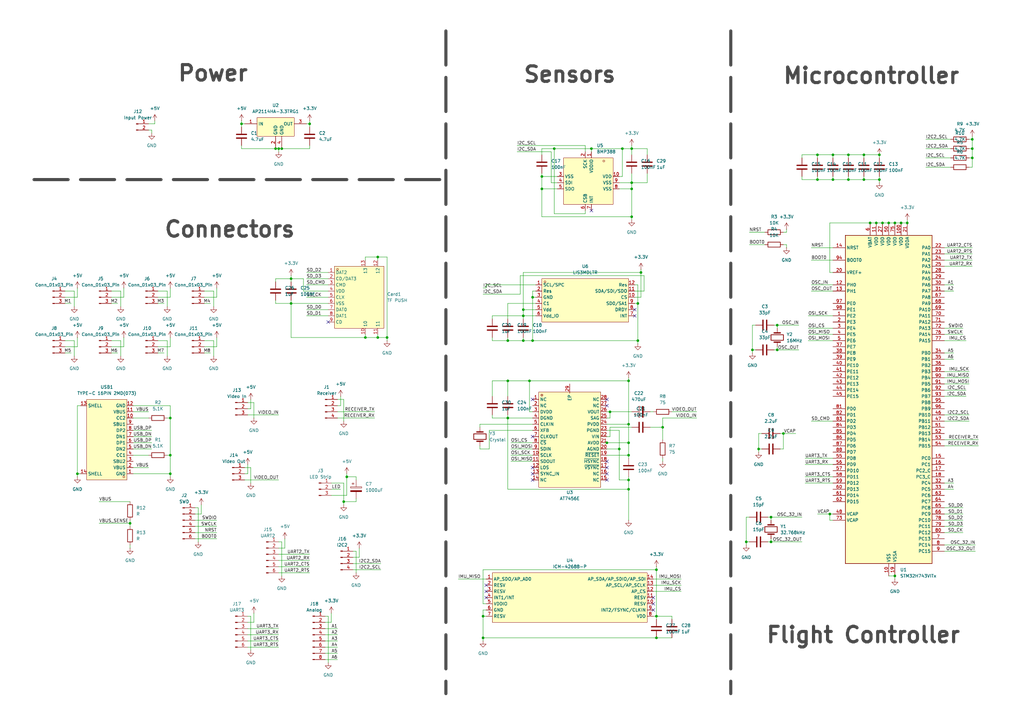
<source format=kicad_sch>
(kicad_sch (version 20250114) (generator "eeschema") (generator_version "9.0")
  (paper "A3")
  (text "Microcontroller" (at 357.378 31.242 0) (effects (font (size 6.35 6.35) (thickness 1.27) (bold yes))))
  (text "Connectors\n" (at 94.234 94.234 0) (effects (font (size 6.35 6.35) (thickness 1.27) (bold yes))))
  (text "Sensors\n" (at 233.68 30.734 0) (effects (font (size 6.35 6.35) (thickness 1.27) (bold yes))))
  (text "Flight Controller\n" (at 354.076 260.604 0) (effects (font (size 6.35 6.35) (thickness 1.27) (bold yes))))
  (text "Power\n" (at 87.376 30.226 0) (effects (font (size 6.35 6.35) (thickness 1.27) (bold yes))))
  (junction (at 218.44 121.92))
  (junction (at 254 184.15))
  (junction (at 257.81 181.61))
  (junction (at 259.08 74.93))
  (junction (at 140.97 205.74))
  (junction (at 257.81 156.21))
  (junction (at 113.03 60.96))
  (junction (at 367.03 91.44))
  (junction (at 198.12 252.73))
  (junction (at 364.49 91.44))
  (junction (at 340.36 210.82))
  (junction (at 311.15 184.15))
  (junction (at 398.78 64.77))
  (junction (at 359.41 91.44))
  (junction (at 347.98 73.66))
  (junction (at 341.63 73.66))
  (junction (at 69.85 186.69))
  (junction (at 306.07 222.25))
  (junction (at 149.86 138.43))
  (junction (at 321.31 177.8))
  (junction (at 335.28 73.66))
  (junction (at 214.63 139.7))
  (junction (at 372.11 91.44))
  (junction (at 259.08 77.47))
  (junction (at 369.57 91.44))
  (junction (at 318.77 143.51))
  (junction (at 248.92 181.61))
  (junction (at 262.89 111.76))
  (junction (at 154.94 105.41))
  (junction (at 227.33 60.96))
  (junction (at 316.23 212.09))
  (junction (at 261.62 139.7))
  (junction (at 119.38 114.3))
  (junction (at 269.24 252.73))
  (junction (at 119.38 124.46))
  (junction (at 99.06 50.8))
  (junction (at 53.34 214.63))
  (junction (at 208.28 171.45))
  (junction (at 115.57 60.96))
  (junction (at 208.28 156.21))
  (junction (at 257.81 173.99))
  (junction (at 259.08 88.9))
  (junction (at 261.62 124.46))
  (junction (at 257.81 200.66))
  (junction (at 257.81 196.85))
  (junction (at 269.24 261.62))
  (junction (at 354.33 73.66))
  (junction (at 158.75 138.43))
  (junction (at 354.33 63.5))
  (junction (at 154.94 138.43))
  (junction (at 255.27 60.96))
  (junction (at 198.12 261.62))
  (junction (at 127 50.8))
  (junction (at 398.78 57.15))
  (junction (at 222.25 77.47))
  (junction (at 217.17 156.21))
  (junction (at 218.44 139.7))
  (junction (at 271.78 175.26))
  (junction (at 114.3 60.96))
  (junction (at 356.87 91.44))
  (junction (at 222.25 72.39))
  (junction (at 142.24 195.58))
  (junction (at 360.68 73.66))
  (junction (at 31.75 194.31))
  (junction (at 335.28 63.5))
  (junction (at 360.68 63.5))
  (junction (at 69.85 171.45))
  (junction (at 214.63 129.54))
  (junction (at 361.95 91.44))
  (junction (at 242.57 60.96))
  (junction (at 69.85 194.31))
  (junction (at 250.19 168.91))
  (junction (at 259.08 60.96))
  (junction (at 316.23 222.25))
  (junction (at 257.81 186.69))
  (junction (at 208.28 139.7))
  (junction (at 308.61 143.51))
  (junction (at 398.78 60.96))
  (junction (at 318.77 133.35))
  (junction (at 341.63 63.5))
  (junction (at 214.63 127))
  (junction (at 269.24 233.68))
  (junction (at 347.98 63.5))
  (junction (at 367.03 236.22))
  (no_connect (at 134.62 132.08))
  (no_connect (at 199.39 240.03))
  (no_connect (at 248.92 163.83))
  (no_connect (at 242.57 86.36))
  (no_connect (at 260.35 129.54))
  (no_connect (at 218.44 194.31))
  (no_connect (at 248.92 166.37))
  (no_connect (at 248.92 189.23))
  (no_connect (at 248.92 196.85))
  (no_connect (at 218.44 179.07))
  (no_connect (at 267.97 245.11))
  (no_connect (at 267.97 250.19))
  (no_connect (at 199.39 242.57))
  (no_connect (at 199.39 245.11))
  (no_connect (at 267.97 247.65))
  (no_connect (at 218.44 191.77))
  (no_connect (at 248.92 194.31))
  (no_connect (at 218.44 163.83))
  (no_connect (at 218.44 196.85))
  (no_connect (at 260.35 127))
  (no_connect (at 248.92 191.77))
  (wire (pts (xy 125.73 129.54) (xy 134.62 129.54)))
  (wire (pts (xy 154.94 138.43) (xy 149.86 138.43)))
  (wire (pts (xy 69.85 166.37) (xy 69.85 171.45)))
  (wire (pts (xy 214.63 111.76) (xy 262.89 111.76)))
  (wire (pts (xy 261.62 116.84) (xy 261.62 124.46)))
  (wire (pts (xy 347.98 72.39) (xy 347.98 73.66)))
  (wire (pts (xy 328.93 64.77) (xy 328.93 63.5)))
  (wire (pts (xy 318.77 143.51) (xy 327.66 143.51)))
  (wire (pts (xy 114.3 234.95) (xy 127 234.95)))
  (wire (pts (xy 62.23 53.34) (xy 60.96 53.34)))
  (wire (pts (xy 99.06 60.96) (xy 113.03 60.96)))
  (wire (pts (xy 149.86 138.43) (xy 149.86 137.16)))
  (wire (pts (xy 54.61 194.31) (xy 69.85 194.31)))
  (wire (pts (xy 208.28 138.43) (xy 208.28 139.7)))
  (wire (pts (xy 387.35 137.16) (xy 394.97 137.16)))
  (wire (pts (xy 208.28 171.45) (xy 208.28 200.66)))
  (wire (pts (xy 26.67 144.78) (xy 29.21 144.78)))
  (wire (pts (xy 62.23 184.15) (xy 54.61 184.15)))
  (wire (pts (xy 316.23 222.25) (xy 328.93 222.25)))
  (wire (pts (xy 328.93 73.66) (xy 335.28 73.66)))
  (wire (pts (xy 45.72 139.7) (xy 49.53 139.7)))
  (wire (pts (xy 209.55 181.61) (xy 218.44 181.61)))
  (wire (pts (xy 135.89 251.46) (xy 135.89 255.27)))
  (wire (pts (xy 31.75 194.31) (xy 33.02 194.31)))
  (wire (pts (xy 257.81 154.94) (xy 257.81 156.21)))
  (wire (pts (xy 397.51 57.15) (xy 398.78 57.15)))
  (wire (pts (xy 318.77 133.35) (xy 327.66 133.35)))
  (wire (pts (xy 102.87 252.73) (xy 102.87 266.7)))
  (wire (pts (xy 354.33 63.5) (xy 360.68 63.5)))
  (wire (pts (xy 259.08 88.9) (xy 259.08 90.17)))
  (wire (pts (xy 267.97 242.57) (xy 279.4 242.57)))
  (wire (pts (xy 125.73 116.84) (xy 134.62 116.84)))
  (wire (pts (xy 158.75 138.43) (xy 158.75 139.7)))
  (wire (pts (xy 218.44 168.91) (xy 217.17 168.91)))
  (wire (pts (xy 264.16 119.38) (xy 264.16 113.03)))
  (wire (pts (xy 99.06 49.53) (xy 99.06 50.8)))
  (wire (pts (xy 208.28 200.66) (xy 257.81 200.66)))
  (wire (pts (xy 158.75 138.43) (xy 154.94 138.43)))
  (wire (pts (xy 369.57 91.44) (xy 372.11 91.44)))
  (wire (pts (xy 379.73 64.77) (xy 389.89 64.77)))
  (wire (pts (xy 144.78 233.68) (xy 156.21 233.68)))
  (wire (pts (xy 68.58 119.38) (xy 68.58 125.73)))
  (wire (pts (xy 259.08 88.9) (xy 259.08 77.47)))
  (wire (pts (xy 26.67 119.38) (xy 30.48 119.38)))
  (wire (pts (xy 99.06 59.69) (xy 99.06 60.96)))
  (wire (pts (xy 114.3 60.96) (xy 115.57 60.96)))
  (wire (pts (xy 227.33 87.63) (xy 227.33 60.96)))
  (wire (pts (xy 269.24 261.62) (xy 275.59 261.62)))
  (wire (pts (xy 198.12 250.19) (xy 198.12 252.73)))
  (wire (pts (xy 387.35 144.78) (xy 391.16 144.78)))
  (wire (pts (xy 250.19 179.07) (xy 248.92 179.07)))
  (wire (pts (xy 114.3 232.41) (xy 127 232.41)))
  (wire (pts (xy 387.35 152.4) (xy 397.51 152.4)))
  (wire (pts (xy 127 49.53) (xy 127 50.8)))
  (wire (pts (xy 199.39 247.65) (xy 198.12 247.65)))
  (wire (pts (xy 254 196.85) (xy 257.81 196.85)))
  (polyline (pts (xy 182.88 12.7) (xy 182.88 284.48)) (stroke (width 1.27) (type dash) (color 72 72 72 1)))
  (wire (pts (xy 359.41 91.44) (xy 361.95 91.44)))
  (wire (pts (xy 222.25 60.96) (xy 227.33 60.96)))
  (wire (pts (xy 158.75 105.41) (xy 158.75 138.43)))
  (wire (pts (xy 119.38 113.03) (xy 119.38 114.3)))
  (wire (pts (xy 322.58 101.6) (xy 322.58 100.33)))
  (wire (pts (xy 62.23 176.53) (xy 54.61 176.53)))
  (wire (pts (xy 104.14 251.46) (xy 104.14 255.27)))
  (wire (pts (xy 30.48 139.7) (xy 30.48 146.05)))
  (wire (pts (xy 308.61 143.51) (xy 308.61 144.78)))
  (wire (pts (xy 257.81 186.69) (xy 257.81 187.96)))
  (wire (pts (xy 124.46 114.3) (xy 124.46 119.38)))
  (wire (pts (xy 142.24 195.58) (xy 146.05 195.58)))
  (wire (pts (xy 199.39 250.19) (xy 198.12 250.19)))
  (wire (pts (xy 271.78 189.23) (xy 271.78 187.96)))
  (wire (pts (xy 214.63 139.7) (xy 208.28 139.7)))
  (wire (pts (xy 125.73 111.76) (xy 134.62 111.76)))
  (wire (pts (xy 45.72 144.78) (xy 48.26 144.78)))
  (wire (pts (xy 309.88 133.35) (xy 308.61 133.35)))
  (wire (pts (xy 113.03 114.3) (xy 113.03 115.57)))
  (wire (pts (xy 64.77 144.78) (xy 67.31 144.78)))
  (wire (pts (xy 271.78 171.45) (xy 271.78 175.26)))
  (wire (pts (xy 311.15 184.15) (xy 311.15 185.42)))
  (wire (pts (xy 267.97 237.49) (xy 279.4 237.49)))
  (wire (pts (xy 115.57 60.96) (xy 127 60.96)))
  (wire (pts (xy 31.75 195.58) (xy 31.75 194.31)))
  (wire (pts (xy 321.31 184.15) (xy 320.04 184.15)))
  (wire (pts (xy 113.03 123.19) (xy 113.03 124.46)))
  (wire (pts (xy 119.38 114.3) (xy 124.46 114.3)))
  (wire (pts (xy 217.17 156.21) (xy 217.17 168.91)))
  (wire (pts (xy 387.35 106.68) (xy 398.78 106.68)))
  (wire (pts (xy 187.96 237.49) (xy 199.39 237.49)))
  (wire (pts (xy 198.12 261.62) (xy 269.24 261.62)))
  (wire (pts (xy 40.64 205.74) (xy 53.34 205.74)))
  (wire (pts (xy 311.15 177.8) (xy 312.42 177.8)))
  (wire (pts (xy 260.35 116.84) (xy 261.62 116.84)))
  (wire (pts (xy 217.17 156.21) (xy 257.81 156.21)))
  (wire (pts (xy 201.93 162.56) (xy 201.93 156.21)))
  (wire (pts (xy 201.93 170.18) (xy 201.93 171.45)))
  (wire (pts (xy 50.8 138.43) (xy 50.8 142.24)))
  (wire (pts (xy 387.35 182.88) (xy 401.32 182.88)))
  (wire (pts (xy 80.01 208.28) (xy 81.28 208.28)))
  (wire (pts (xy 240.03 87.63) (xy 227.33 87.63)))
  (wire (pts (xy 83.82 139.7) (xy 87.63 139.7)))
  (wire (pts (xy 68.58 139.7) (xy 68.58 146.05)))
  (wire (pts (xy 119.38 114.3) (xy 113.03 114.3)))
  (wire (pts (xy 248.92 168.91) (xy 250.19 168.91)))
  (wire (pts (xy 60.96 186.69) (xy 54.61 186.69)))
  (wire (pts (xy 340.36 210.82) (xy 341.63 210.82)))
  (wire (pts (xy 198.12 247.65) (xy 198.12 233.68)))
  (wire (pts (xy 306.07 222.25) (xy 306.07 223.52)))
  (wire (pts (xy 69.85 195.58) (xy 69.85 194.31)))
  (wire (pts (xy 266.7 175.26) (xy 271.78 175.26)))
  (wire (pts (xy 275.59 254) (xy 275.59 252.73)))
  (wire (pts (xy 387.35 119.38) (xy 391.16 119.38)))
  (wire (pts (xy 387.35 154.94) (xy 397.51 154.94)))
  (wire (pts (xy 201.93 156.21) (xy 208.28 156.21)))
  (wire (pts (xy 101.6 190.5) (xy 101.6 194.31)))
  (wire (pts (xy 248.92 186.69) (xy 257.81 186.69)))
  (wire (pts (xy 265.43 63.5) (xy 265.43 60.96)))
  (wire (pts (xy 321.31 177.8) (xy 321.31 184.15)))
  (wire (pts (xy 259.08 60.96) (xy 259.08 63.5)))
  (wire (pts (xy 149.86 105.41) (xy 154.94 105.41)))
  (wire (pts (xy 26.67 139.7) (xy 30.48 139.7)))
  (wire (pts (xy 308.61 133.35) (xy 308.61 143.51)))
  (wire (pts (xy 113.03 124.46) (xy 119.38 124.46)))
  (wire (pts (xy 208.28 124.46) (xy 208.28 130.81)))
  (wire (pts (xy 69.85 194.31) (xy 69.85 186.69)))
  (wire (pts (xy 222.25 77.47) (xy 228.6 77.47)))
  (wire (pts (xy 219.71 121.92) (xy 218.44 121.92)))
  (wire (pts (xy 218.44 176.53) (xy 200.66 176.53)))
  (wire (pts (xy 387.35 208.28) (xy 394.97 208.28)))
  (wire (pts (xy 45.72 142.24) (xy 50.8 142.24)))
  (wire (pts (xy 250.19 168.91) (xy 259.08 168.91)))
  (wire (pts (xy 317.5 143.51) (xy 318.77 143.51)))
  (wire (pts (xy 254 184.15) (xy 254 196.85)))
  (wire (pts (xy 330.2 198.12) (xy 341.63 198.12)))
  (wire (pts (xy 317.5 133.35) (xy 318.77 133.35)))
  (wire (pts (xy 31.75 166.37) (xy 31.75 194.31)))
  (wire (pts (xy 135.89 203.2) (xy 142.24 203.2)))
  (wire (pts (xy 214.63 111.76) (xy 214.63 127)))
  (wire (pts (xy 31.75 138.43) (xy 31.75 142.24)))
  (wire (pts (xy 222.25 72.39) (xy 222.25 77.47)))
  (wire (pts (xy 53.34 213.36) (xy 53.34 214.63)))
  (wire (pts (xy 62.23 179.07) (xy 54.61 179.07)))
  (wire (pts (xy 198.12 252.73) (xy 199.39 252.73)))
  (wire (pts (xy 198.12 120.65) (xy 213.36 120.65)))
  (wire (pts (xy 262.89 111.76) (xy 262.89 121.92)))
  (wire (pts (xy 134.62 252.73) (xy 134.62 271.78)))
  (wire (pts (xy 209.55 189.23) (xy 218.44 189.23)))
  (wire (pts (xy 341.63 73.66) (xy 347.98 73.66)))
  (wire (pts (xy 367.03 91.44) (xy 364.49 91.44)))
  (wire (pts (xy 208.28 171.45) (xy 218.44 171.45)))
  (wire (pts (xy 227.33 60.96) (xy 242.57 60.96)))
  (wire (pts (xy 387.35 180.34) (xy 401.32 180.34)))
  (wire (pts (xy 318.77 142.24) (xy 318.77 143.51)))
  (wire (pts (xy 80.01 210.82) (xy 82.55 210.82)))
  (wire (pts (xy 200.66 184.15) (xy 196.85 184.15)))
  (wire (pts (xy 335.28 63.5) (xy 335.28 64.77)))
  (wire (pts (xy 134.62 124.46) (xy 119.38 124.46)))
  (wire (pts (xy 387.35 170.18) (xy 397.51 170.18)))
  (wire (pts (xy 387.35 223.52) (xy 400.05 223.52)))
  (wire (pts (xy 311.15 184.15) (xy 311.15 177.8)))
  (wire (pts (xy 64.77 124.46) (xy 67.31 124.46)))
  (wire (pts (xy 367.03 236.22) (xy 367.03 237.49)))
  (wire (pts (xy 63.5 50.8) (xy 60.96 50.8)))
  (wire (pts (xy 101.6 165.1) (xy 104.14 165.1)))
  (wire (pts (xy 271.78 175.26) (xy 271.78 180.34)))
  (wire (pts (xy 208.28 156.21) (xy 208.28 162.56)))
  (wire (pts (xy 199.39 118.11) (xy 199.39 116.84)))
  (wire (pts (xy 254 176.53) (xy 254 184.15)))
  (wire (pts (xy 40.64 214.63) (xy 53.34 214.63)))
  (wire (pts (xy 218.44 139.7) (xy 261.62 139.7)))
  (wire (pts (xy 31.75 118.11) (xy 31.75 121.92)))
  (wire (pts (xy 62.23 54.61) (xy 62.23 53.34)))
  (wire (pts (xy 198.12 252.73) (xy 198.12 261.62)))
  (wire (pts (xy 125.73 127) (xy 134.62 127)))
  (wire (pts (xy 81.28 208.28) (xy 81.28 222.25)))
  (wire (pts (xy 254 74.93) (xy 259.08 74.93)))
  (wire (pts (xy 50.8 118.11) (xy 50.8 121.92)))
  (wire (pts (xy 214.63 138.43) (xy 214.63 139.7)))
  (wire (pts (xy 387.35 147.32) (xy 391.16 147.32)))
  (wire (pts (xy 335.28 210.82) (xy 340.36 210.82)))
  (wire (pts (xy 199.39 116.84) (xy 219.71 116.84)))
  (wire (pts (xy 255.27 60.96) (xy 259.08 60.96)))
  (wire (pts (xy 347.98 63.5) (xy 354.33 63.5)))
  (wire (pts (xy 306.07 212.09) (xy 306.07 222.25)))
  (wire (pts (xy 379.73 68.58) (xy 389.89 68.58)))
  (wire (pts (xy 140.97 198.12) (xy 140.97 205.74)))
  (wire (pts (xy 80.01 220.98) (xy 88.9 220.98)))
  (wire (pts (xy 114.3 227.33) (xy 127 227.33)))
  (wire (pts (xy 398.78 68.58) (xy 398.78 64.77)))
  (wire (pts (xy 125.73 121.92) (xy 134.62 121.92)))
  (wire (pts (xy 139.7 162.56) (xy 139.7 166.37)))
  (wire (pts (xy 269.24 252.73) (xy 275.59 252.73)))
  (wire (pts (xy 387.35 200.66) (xy 391.16 200.66)))
  (wire (pts (xy 264.16 113.03) (xy 213.36 113.03)))
  (wire (pts (xy 87.63 139.7) (xy 87.63 146.05)))
  (wire (pts (xy 214.63 129.54) (xy 201.93 129.54)))
  (wire (pts (xy 49.53 139.7) (xy 49.53 146.05)))
  (wire (pts (xy 307.34 212.09) (xy 306.07 212.09)))
  (wire (pts (xy 64.77 121.92) (xy 69.85 121.92)))
  (wire (pts (xy 367.03 91.44) (xy 369.57 91.44)))
  (wire (pts (xy 331.47 137.16) (xy 341.63 137.16)))
  (wire (pts (xy 214.63 129.54) (xy 219.71 129.54)))
  (wire (pts (xy 257.81 181.61) (xy 257.81 186.69)))
  (wire (pts (xy 45.72 124.46) (xy 48.26 124.46)))
  (wire (pts (xy 133.35 252.73) (xy 134.62 252.73)))
  (wire (pts (xy 119.38 114.3) (xy 119.38 115.57)))
  (wire (pts (xy 314.96 222.25) (xy 316.23 222.25)))
  (wire (pts (xy 100.33 191.77) (xy 102.87 191.77)))
  (wire (pts (xy 31.75 166.37) (xy 33.02 166.37)))
  (wire (pts (xy 387.35 162.56) (xy 396.24 162.56)))
  (wire (pts (xy 354.33 63.5) (xy 354.33 64.77)))
  (wire (pts (xy 218.44 121.92) (xy 218.44 139.7)))
  (wire (pts (xy 398.78 57.15) (xy 398.78 60.96)))
  (wire (pts (xy 265.43 71.12) (xy 265.43 74.93)))
  (wire (pts (xy 226.06 62.23) (xy 226.06 74.93)))
  (wire (pts (xy 217.17 156.21) (xy 208.28 156.21)))
  (wire (pts (xy 247.65 181.61) (xy 248.92 181.61)))
  (wire (pts (xy 146.05 205.74) (xy 140.97 205.74)))
  (wire (pts (xy 99.06 50.8) (xy 100.33 50.8)))
  (wire (pts (xy 45.72 119.38) (xy 49.53 119.38)))
  (wire (pts (xy 255.27 72.39) (xy 254 72.39)))
  (wire (pts (xy 347.98 63.5) (xy 347.98 64.77)))
  (wire (pts (xy 147.32 224.79) (xy 147.32 228.6)))
  (wire (pts (xy 102.87 163.83) (xy 102.87 167.64)))
  (wire (pts (xy 218.44 119.38) (xy 218.44 121.92)))
  (wire (pts (xy 387.35 172.72) (xy 397.51 172.72)))
  (wire (pts (xy 222.25 71.12) (xy 222.25 72.39)))
  (wire (pts (xy 201.93 138.43) (xy 201.93 139.7)))
  (wire (pts (xy 198.12 261.62) (xy 198.12 262.89)))
  (wire (pts (xy 127 50.8) (xy 125.73 50.8)))
  (wire (pts (xy 140.97 205.74) (xy 140.97 207.01)))
  (wire (pts (xy 335.28 63.5) (xy 341.63 63.5)))
  (polyline (pts (xy 13.97 73.66) (xy 184.15 73.66)) (stroke (width 1.27) (type dash) (color 72 72 72 1)))
  (wire (pts (xy 335.28 72.39) (xy 335.28 73.66)))
  (wire (pts (xy 260.35 119.38) (xy 264.16 119.38)))
  (wire (pts (xy 53.34 223.52) (xy 53.34 224.79)))
  (wire (pts (xy 53.34 214.63) (xy 53.34 215.9)))
  (wire (pts (xy 80.01 218.44) (xy 88.9 218.44)))
  (wire (pts (xy 138.43 168.91) (xy 153.67 168.91)))
  (wire (pts (xy 83.82 119.38) (xy 87.63 119.38)))
  (wire (pts (xy 248.92 184.15) (xy 254 184.15)))
  (wire (pts (xy 154.94 137.16) (xy 154.94 138.43)))
  (wire (pts (xy 222.25 72.39) (xy 228.6 72.39)))
  (wire (pts (xy 116.84 220.98) (xy 116.84 224.79)))
  (wire (pts (xy 133.35 260.35) (xy 138.43 260.35)))
  (wire (pts (xy 135.89 200.66) (xy 139.7 200.66)))
  (wire (pts (xy 397.51 60.96) (xy 398.78 60.96)))
  (wire (pts (xy 331.47 129.54) (xy 341.63 129.54)))
  (wire (pts (xy 80.01 213.36) (xy 88.9 213.36)))
  (wire (pts (xy 360.68 64.77) (xy 360.68 63.5)))
  (wire (pts (xy 248.92 173.99) (xy 257.81 173.99)))
  (wire (pts (xy 316.23 212.09) (xy 316.23 213.36)))
  (wire (pts (xy 266.7 168.91) (xy 267.97 168.91)))
  (wire (pts (xy 360.68 73.66) (xy 360.68 74.93)))
  (wire (pts (xy 321.31 95.25) (xy 322.58 95.25)))
  (wire (pts (xy 387.35 160.02) (xy 396.24 160.02)))
  (wire (pts (xy 201.93 171.45) (xy 208.28 171.45)))
  (wire (pts (xy 322.58 93.98) (xy 322.58 95.25)))
  (wire (pts (xy 102.87 191.77) (xy 102.87 198.12)))
  (wire (pts (xy 260.35 121.92) (xy 262.89 121.92)))
  (polyline (pts (xy 299.72 12.7) (xy 299.72 284.48)) (stroke (width 1.27) (type dash) (color 72 72 72 1)))
  (wire (pts (xy 69.85 171.45) (xy 69.85 186.69)))
  (wire (pts (xy 331.47 139.7) (xy 341.63 139.7)))
  (wire (pts (xy 340.36 210.82) (xy 340.36 213.36)))
  (wire (pts (xy 54.61 171.45) (xy 60.96 171.45)))
  (wire (pts (xy 114.3 60.96) (xy 114.3 62.23)))
  (wire (pts (xy 320.04 177.8) (xy 321.31 177.8)))
  (wire (pts (xy 312.42 184.15) (xy 311.15 184.15)))
  (wire (pts (xy 285.75 171.45) (xy 271.78 171.45)))
  (wire (pts (xy 212.09 59.69) (xy 240.03 59.69)))
  (wire (pts (xy 275.59 168.91) (xy 285.75 168.91)))
  (wire (pts (xy 209.55 184.15) (xy 218.44 184.15)))
  (wire (pts (xy 240.03 59.69) (xy 240.03 62.23)))
  (wire (pts (xy 356.87 91.44) (xy 359.41 91.44)))
  (wire (pts (xy 196.85 173.99) (xy 196.85 175.26)))
  (wire (pts (xy 257.81 200.66) (xy 257.81 213.36)))
  (wire (pts (xy 218.44 173.99) (xy 196.85 173.99)))
  (wire (pts (xy 101.6 252.73) (xy 102.87 252.73)))
  (wire (pts (xy 387.35 210.82) (xy 394.97 210.82)))
  (wire (pts (xy 114.3 229.87) (xy 127 229.87)))
  (wire (pts (xy 250.19 171.45) (xy 250.19 168.91)))
  (wire (pts (xy 361.95 91.44) (xy 364.49 91.44)))
  (wire (pts (xy 330.2 195.58) (xy 341.63 195.58)))
  (wire (pts (xy 213.36 113.03) (xy 213.36 120.65)))
  (wire (pts (xy 259.08 59.69) (xy 259.08 60.96)))
  (wire (pts (xy 114.3 222.25) (xy 115.57 222.25)))
  (wire (pts (xy 214.63 127) (xy 219.71 127)))
  (wire (pts (xy 138.43 163.83) (xy 140.97 163.83)))
  (wire (pts (xy 88.9 138.43) (xy 88.9 142.24)))
  (wire (pts (xy 307.34 95.25) (xy 313.69 95.25)))
  (wire (pts (xy 201.93 139.7) (xy 208.28 139.7)))
  (wire (pts (xy 322.58 100.33) (xy 321.31 100.33)))
  (wire (pts (xy 62.23 181.61) (xy 54.61 181.61)))
  (wire (pts (xy 257.81 196.85) (xy 257.81 200.66)))
  (wire (pts (xy 64.77 119.38) (xy 68.58 119.38)))
  (wire (pts (xy 49.53 119.38) (xy 49.53 125.73)))
  (wire (pts (xy 54.61 166.37) (xy 69.85 166.37)))
  (wire (pts (xy 328.93 63.5) (xy 335.28 63.5)))
  (wire (pts (xy 242.57 60.96) (xy 242.57 62.23)))
  (wire (pts (xy 64.77 139.7) (xy 68.58 139.7)))
  (wire (pts (xy 242.57 60.96) (xy 255.27 60.96)))
  (wire (pts (xy 119.38 138.43) (xy 149.86 138.43)))
  (wire (pts (xy 119.38 123.19) (xy 119.38 124.46)))
  (wire (pts (xy 387.35 109.22) (xy 398.78 109.22)))
  (wire (pts (xy 259.08 71.12) (xy 259.08 74.93)))
  (wire (pts (xy 260.35 124.46) (xy 261.62 124.46)))
  (wire (pts (xy 240.03 87.63) (xy 240.03 86.36)))
  (wire (pts (xy 341.63 63.5) (xy 341.63 64.77)))
  (wire (pts (xy 80.01 215.9) (xy 88.9 215.9)))
  (wire (pts (xy 154.94 105.41) (xy 154.94 106.68)))
  (wire (pts (xy 331.47 134.62) (xy 341.63 134.62)))
  (wire (pts (xy 83.82 121.92) (xy 88.9 121.92)))
  (wire (pts (xy 387.35 116.84) (xy 391.16 116.84)))
  (wire (pts (xy 138.43 171.45) (xy 153.67 171.45)))
  (wire (pts (xy 209.55 186.69) (xy 218.44 186.69)))
  (wire (pts (xy 261.62 124.46) (xy 261.62 139.7)))
  (wire (pts (xy 354.33 73.66) (xy 360.68 73.66)))
  (wire (pts (xy 379.73 57.15) (xy 389.89 57.15)))
  (wire (pts (xy 332.74 119.38) (xy 341.63 119.38)))
  (wire (pts (xy 379.73 60.96) (xy 389.89 60.96)))
  (wire (pts (xy 83.82 124.46) (xy 86.36 124.46)))
  (wire (pts (xy 250.19 175.26) (xy 250.19 179.07)))
  (wire (pts (xy 397.51 68.58) (xy 398.78 68.58)))
  (wire (pts (xy 212.09 62.23) (xy 226.06 62.23)))
  (wire (pts (xy 250.19 175.26) (xy 259.08 175.26)))
  (wire (pts (xy 99.06 50.8) (xy 99.06 52.07)))
  (wire (pts (xy 146.05 196.85) (xy 146.05 195.58)))
  (wire (pts (xy 214.63 139.7) (xy 218.44 139.7)))
  (wire (pts (xy 133.35 255.27) (xy 135.89 255.27)))
  (wire (pts (xy 133.35 265.43) (xy 138.43 265.43)))
  (wire (pts (xy 387.35 213.36) (xy 394.97 213.36)))
  (wire (pts (xy 219.71 119.38) (xy 218.44 119.38)))
  (wire (pts (xy 198.12 118.11) (xy 199.39 118.11)))
  (wire (pts (xy 248.92 171.45) (xy 250.19 171.45)))
  (wire (pts (xy 387.35 215.9) (xy 394.97 215.9)))
  (wire (pts (xy 101.6 257.81) (xy 114.3 257.81)))
  (wire (pts (xy 316.23 212.09) (xy 328.93 212.09)))
  (wire (pts (xy 269.24 232.41) (xy 269.24 233.68)))
  (wire (pts (xy 222.25 77.47) (xy 222.25 88.9)))
  (wire (pts (xy 133.35 270.51) (xy 138.43 270.51)))
  (wire (pts (xy 340.36 111.76) (xy 340.36 91.44)))
  (wire (pts (xy 219.71 124.46) (xy 208.28 124.46)))
  (wire (pts (xy 69.85 186.69) (xy 68.58 186.69)))
  (wire (pts (xy 63.5 49.53) (xy 63.5 50.8)))
  (wire (pts (xy 154.94 105.41) (xy 158.75 105.41)))
  (wire (pts (xy 364.49 236.22) (xy 367.03 236.22)))
  (wire (pts (xy 347.98 73.66) (xy 354.33 73.66)))
  (wire (pts (xy 306.07 222.25) (xy 307.34 222.25)))
  (wire (pts (xy 341.63 72.39) (xy 341.63 73.66)))
  (wire (pts (xy 254 77.47) (xy 259.08 77.47)))
  (wire (pts (xy 200.66 176.53) (xy 200.66 184.15)))
  (wire (pts (xy 330.2 190.5) (xy 341.63 190.5)))
  (wire (pts (xy 265.43 74.93) (xy 259.08 74.93)))
  (wire (pts (xy 267.97 252.73) (xy 269.24 252.73)))
  (wire (pts (xy 397.51 64.77) (xy 398.78 64.77)))
  (wire (pts (xy 127 50.8) (xy 127 52.07)))
  (wire (pts (xy 341.63 63.5) (xy 347.98 63.5)))
  (wire (pts (xy 101.6 265.43) (xy 114.3 265.43)))
  (wire (pts (xy 146.05 204.47) (xy 146.05 205.74)))
  (wire (pts (xy 201.93 129.54) (xy 201.93 130.81)))
  (wire (pts (xy 26.67 121.92) (xy 31.75 121.92)))
  (wire (pts (xy 387.35 139.7) (xy 396.24 139.7)))
  (wire (pts (xy 387.35 104.14) (xy 398.78 104.14)))
  (wire (pts (xy 257.81 173.99) (xy 257.81 181.61)))
  (wire (pts (xy 54.61 168.91) (xy 60.96 168.91)))
  (wire (pts (xy 146.05 226.06) (xy 146.05 234.95)))
  (wire (pts (xy 354.33 72.39) (xy 354.33 73.66)))
  (wire (pts (xy 360.68 73.66) (xy 360.68 72.39)))
  (wire (pts (xy 248.92 176.53) (xy 254 176.53)))
  (wire (pts (xy 26.67 142.24) (xy 31.75 142.24)))
  (wire (pts (xy 140.97 163.83) (xy 140.97 172.72)))
  (wire (pts (xy 387.35 198.12) (xy 391.16 198.12)))
  (wire (pts (xy 133.35 267.97) (xy 138.43 267.97)))
  (wire (pts (xy 387.35 218.44) (xy 394.97 218.44)))
  (wire (pts (xy 101.6 262.89) (xy 114.3 262.89)))
  (wire (pts (xy 308.61 143.51) (xy 309.88 143.51)))
  (wire (pts (xy 316.23 220.98) (xy 316.23 222.25)))
  (wire (pts (xy 133.35 257.81) (xy 138.43 257.81)))
  (wire (pts (xy 341.63 213.36) (xy 340.36 213.36)))
  (wire (pts (xy 318.77 133.35) (xy 318.77 134.62)))
  (wire (pts (xy 226.06 74.93) (xy 228.6 74.93)))
  (wire (pts (xy 314.96 212.09) (xy 316.23 212.09)))
  (wire (pts (xy 372.11 90.17) (xy 372.11 91.44)))
  (wire (pts (xy 113.03 60.96) (xy 114.3 60.96)))
  (wire (pts (xy 332.74 116.84) (xy 341.63 116.84)))
  (wire (pts (xy 83.82 144.78) (xy 86.36 144.78)))
  (wire (pts (xy 115.57 222.25) (xy 115.57 236.22)))
  (wire (pts (xy 144.78 231.14) (xy 156.21 231.14)))
  (wire (pts (xy 398.78 55.88) (xy 398.78 57.15)))
  (wire (pts (xy 259.08 74.93) (xy 259.08 77.47)))
  (wire (pts (xy 262.89 110.49) (xy 262.89 111.76)))
  (wire (pts (xy 198.12 233.68) (xy 269.24 233.68)))
  (wire (pts (xy 88.9 118.11) (xy 88.9 121.92)))
  (wire (pts (xy 101.6 255.27) (xy 104.14 255.27)))
  (wire (pts (xy 127 59.69) (xy 127 60.96)))
  (wire (pts (xy 144.78 226.06) (xy 146.05 226.06)))
  (wire (pts (xy 119.38 124.46) (xy 119.38 138.43)))
  (wire (pts (xy 222.25 88.9) (xy 259.08 88.9)))
  (wire (pts (xy 138.43 166.37) (xy 139.7 166.37)))
  (wire (pts (xy 269.24 252.73) (xy 269.24 254)))
  (wire (pts (xy 255.27 72.39) (xy 255.27 60.96)))
  (wire (pts (xy 100.33 194.31) (xy 101.6 194.31)))
  (wire (pts (xy 124.46 119.38) (xy 134.62 119.38)))
  (wire (pts (xy 257.81 196.85) (xy 257.81 195.58)))
  (wire (pts (xy 142.24 194.31) (xy 142.24 195.58)))
  (wire (pts (xy 335.28 73.66) (xy 341.63 73.66)))
  (wire (pts (xy 332.74 172.72) (xy 341.63 172.72)))
  (wire (pts (xy 257.81 156.21) (xy 257.81 173.99)))
  (wire (pts (xy 387.35 226.06) (xy 400.05 226.06)))
  (wire (pts (xy 45.72 121.92) (xy 50.8 121.92)))
  (wire (pts (xy 387.35 134.62) (xy 394.97 134.62)))
  (wire (pts (xy 208.28 170.18) (xy 208.28 171.45)))
  (wire (pts (xy 100.33 196.85) (xy 114.3 196.85)))
  (wire (pts (xy 196.85 184.15) (xy 196.85 182.88)))
  (wire (pts (xy 340.36 91.44) (xy 356.87 91.44)))
  (wire (pts (xy 387.35 101.6) (xy 398.78 101.6)))
  (wire (pts (xy 259.08 60.96) (xy 265.43 60.96)))
  (wire (pts (xy 26.67 124.46) (xy 29.21 124.46)))
  (wire (pts (xy 387.35 157.48) (xy 397.51 157.48)))
  (wire (pts (xy 82.55 207.01) (xy 82.55 210.82)))
  (wire (pts (xy 142.24 195.58) (xy 142.24 203.2)))
  (wire (pts (xy 104.14 165.1) (xy 104.14 171.45)))
  (wire (pts (xy 83.82 142.24) (xy 88.9 142.24)))
  (wire (pts (xy 341.63 111.76) (xy 340.36 111.76)))
  (wire (pts (xy 248.92 181.61) (xy 257.81 181.61)))
  (wire (pts (xy 69.85 171.45) (xy 68.58 171.45)))
  (wire (pts (xy 64.77 142.24) (xy 69.85 142.24)))
  (wire (pts (xy 144.78 228.6) (xy 147.32 228.6)))
  (wire (pts (xy 149.86 106.68) (xy 149.86 105.41)))
  (wire (pts (xy 69.85 138.43) (xy 69.85 142.24)))
  (wire (pts (xy 135.89 198.12) (xy 140.97 198.12)))
  (wire (pts (xy 125.73 114.3) (xy 134.62 114.3)))
  (wire (pts (xy 332.74 101.6) (xy 341.63 101.6)))
  (wire (pts (xy 269.24 233.68) (xy 269.24 252.73)))
  (wire (pts (xy 214.63 130.81) (xy 214.63 129.54)))
  (wire (pts (xy 307.34 100.33) (xy 313.69 100.33)))
  (wire (pts (xy 321.31 177.8) (xy 326.39 177.8)))
  (wire (pts (xy 133.35 262.89) (xy 138.43 262.89)))
  (wire (pts (xy 261.62 140.97) (xy 261.62 139.7)))
  (wire (pts (xy 267.97 240.03) (xy 279.4 240.03)))
  (wire (pts (xy 69.85 118.11) (xy 69.85 121.92)))
  (wire (pts (xy 328.93 72.39) (xy 328.93 73.66)))
  (wire (pts (xy 101.6 167.64) (xy 102.87 167.64)))
  (wire (pts (xy 214.63 127) (xy 214.63 129.54)))
  (wire (pts (xy 330.2 187.96) (xy 341.63 187.96)))
  (wire (pts (xy 54.61 191.77) (xy 60.96 191.77)))
  (wire (pts (xy 101.6 170.18) (xy 114.3 170.18)))
  (wire (pts (xy 101.6 260.35) (xy 114.3 260.35)))
  (wire (pts (xy 222.25 60.96) (xy 222.25 63.5)))
  (wire (pts (xy 30.48 119.38) (xy 30.48 125.73)))
  (wire (pts (xy 332.74 106.68) (xy 341.63 106.68)))
  (wire (pts (xy 87.63 119.38) (xy 87.63 125.73)))
  (wire (pts (xy 398.78 64.77) (xy 398.78 60.96)))
  (wire (pts (xy 114.3 224.79) (xy 116.84 224.79)))
  (label "OSI_SCK" (at 209.55 186.69 0))
  (label "A6" (at 138.43 270.51 180))
  (label "UART2_CTS" (at 398.78 101.6 180))
  (label "IMU_MISO" (at 187.96 237.49 0))
  (label "A3" (at 391.16 198.12 180))
  (label "UART3_CTS" (at 114.3 262.89 180))
  (label "VBUS_SENSE" (at 40.64 214.63 0))
  (label "A1" (at 138.43 257.81 180))
  (label "I2C_SCL" (at 212.09 59.69 0))
  (label "I2C_SCL" (at 198.12 118.11 0))
  (label "SD_CMD" (at 332.74 172.72 0))
  (label "A2" (at 391.16 119.38 180))
  (label "VIDEO_OUT" (at 114.3 196.85 180))
  (label "RECEIVER_RX" (at 401.32 182.88 180))
  (label "UART3_RX" (at 330.2 190.5 0))
  (label "UART2_CTS" (at 127 232.41 180))
  (label "UART3_CTS" (at 330.2 195.58 0))
  (label "I2C_SDA" (at 396.24 162.56 180))
  (label "SD_D1" (at 394.97 210.82 180))
  (label "BOOT0" (at 307.34 100.33 0))
  (label "SWCLK" (at 88.9 215.9 180))
  (label "I2C2_SCL" (at 379.73 57.15 0))
  (label "UART2_RTS" (at 398.78 104.14 180))
  (label "A3" (at 138.43 262.89 180))
  (label "USB_DN" (at 62.23 179.07 180))
  (label "IMU_MOSI" (at 279.4 237.49 180))
  (label "OSC_32_OUT" (at 400.05 226.06 180))
  (label "M2" (at 48.26 124.46 180))
  (label "M1" (at 29.21 124.46 180))
  (label "A5" (at 138.43 267.97 180))
  (label "USB_DP" (at 62.23 181.61 180))
  (label "OSC_OUT" (at 332.74 119.38 0))
  (label "UART2_RX" (at 127 229.87 180))
  (label "I2C_SDA" (at 198.12 120.65 0))
  (label "IMU_SCK" (at 279.4 240.03 180))
  (label "VIDEO_IN" (at 285.75 171.45 180))
  (label "SD_D1" (at 125.73 129.54 0))
  (label "OSC_32_IN" (at 400.05 223.52 180))
  (label "A6" (at 391.16 147.32 180))
  (label "UART3_RTS" (at 330.2 198.12 0))
  (label "I2C2_SDA" (at 156.21 231.14 180))
  (label "UART2_TX" (at 398.78 106.68 180))
  (label "SWCLK" (at 394.97 137.16 180))
  (label "A5" (at 391.16 144.78 180))
  (label "I2C_SCL" (at 396.24 160.02 180))
  (label "OSI_MOSI" (at 209.55 184.15 0))
  (label "M7" (at 67.31 144.78 180))
  (label "VBUS" (at 60.96 168.91 180))
  (label "BOOT0" (at 88.9 220.98 180))
  (label "I2C2_SCL" (at 156.21 233.68 180))
  (label "M6" (at 48.26 144.78 180))
  (label "RECEIVER_TX" (at 401.32 180.34 180))
  (label "VBUS" (at 60.96 191.77 180))
  (label "SWDIO" (at 394.97 134.62 180))
  (label "UART3_TX" (at 330.2 187.96 0))
  (label "UART3_RX" (at 114.3 260.35 180))
  (label "A4" (at 138.43 265.43 180))
  (label "UART2_TX" (at 127 227.33 180))
  (label "OSC_IN" (at 327.66 133.35 180))
  (label "OSI_SCK" (at 331.47 129.54 0))
  (label "NRST" (at 332.74 101.6 0))
  (label "VIDEO_OUT" (at 285.75 168.91 180))
  (label "IMU_MOSI" (at 397.51 157.48 180))
  (label "I2C2_SCL" (at 397.51 170.18 180))
  (label "NRST" (at 307.34 95.25 0))
  (label "USB_DP" (at 62.23 176.53 180))
  (label "BOOT0" (at 332.74 106.68 0))
  (label "SD_D3" (at 125.73 114.3 0))
  (label "OSC_IN" (at 332.74 116.84 0))
  (label "VBUS" (at 40.64 205.74 0))
  (label "UART3_RTS" (at 114.3 265.43 180))
  (label "OSI_CS" (at 331.47 134.62 0))
  (label "IMU_MISO" (at 397.51 154.94 180))
  (label "IMU_CS" (at 279.4 242.57 180))
  (label "OSI_MOSI" (at 331.47 139.7 0))
  (label "A4" (at 391.16 200.66 180))
  (label "SD_CK" (at 125.73 121.92 0))
  (label "OSI_MISO" (at 331.47 137.16 0))
  (label "SD_D0" (at 125.73 127 0))
  (label "OSI_CS" (at 209.55 181.61 0))
  (label "M3" (at 67.31 124.46 180))
  (label "NRST" (at 88.9 218.44 180))
  (label "IMU_CS" (at 396.24 139.7 180))
  (label "OSC_32_IN" (at 328.93 212.09 180))
  (label "UART3_TX" (at 114.3 257.81 180))
  (label "OSI_MISO" (at 209.55 189.23 0))
  (label "M5" (at 29.21 144.78 180))
  (label "M8" (at 86.36 144.78 180))
  (label "VIDEO_IN" (at 114.3 170.18 180))
  (label "RECEIVER_RX" (at 153.67 171.45 180))
  (label "M4" (at 86.36 124.46 180))
  (label "SD_CK" (at 394.97 218.44 180))
  (label "I2C_SDA" (at 379.73 68.58 0))
  (label "I2C2_SDA" (at 379.73 60.96 0))
  (label "SWDIO" (at 88.9 213.36 180))
  (label "OSC_32_OUT" (at 328.93 222.25 180))
  (label "SD_D0" (at 394.97 208.28 180))
  (label "A1" (at 391.16 116.84 180))
  (label "IMU_SCK" (at 397.51 152.4 180))
  (label "RECEIVER_TX" (at 153.67 168.91 180))
  (label "LED" (at 139.7 200.66 180))
  (label "UART2_RTS" (at 127 234.95 180))
  (label "SD_D2" (at 394.97 213.36 180))
  (label "OSC_OUT" (at 327.66 143.51 180))
  (label "I2C_SDA" (at 212.09 62.23 0))
  (label "UART2_RX" (at 398.78 109.22 180))
  (label "USB_DN" (at 62.23 184.15 180))
  (label "SD_D2" (at 125.73 111.76 0))
  (label "SD_CMD" (at 125.73 116.84 0))
  (label "VCAP" (at 335.28 210.82 0))
  (label "SD_D3" (at 394.97 215.9 180))
  (label "A2" (at 138.43 260.35 180))
  (label "I2C_SCL" (at 379.73 64.77 0))
  (label "I2C2_SDA" (at 397.51 172.72 180))
  (label "VCAP" (at 326.39 177.8 180))
  (symbol (lib_id "power:GND") (at 30.48 146.05 0) (unit 1)
    (property "Reference" "#PWR011" (effects (hide yes)))
    (property "Value" "GND" (at 30.48 151.13 0))
    (property "Description" "Power symbol creates a global label with name \"GND\" , ground" (effects (hide yes)))
  )
  (symbol (lib_id "Connector:Conn_01x03_Pin") (at 78.74 142.24 0) (unit 1)
    (property "Reference" "J11" (at 79.375 134.62 0))
    (property "Value" "Conn_01x03_Pin" (at 79.375 137.16 0))
    (property "Description" "Generic connector, single row, 01x03, script generated" (effects (hide yes)))
  )
  (symbol (lib_id "Device:C") (at 222.25 67.31 0) (unit 1)
    (property "Reference" "C17" (at 226.06 66.0399 0) (effects (justify left)))
    (property "Value" "100nF" (at 226.06 68.5799 0) (effects (justify left)))
    (property "Description" "Unpolarized capacitor" (effects (hide yes)))
  )
  (symbol (lib_id "power:GND") (at 134.62 271.78 0) (unit 1)
    (property "Reference" "#PWR062" (effects (hide yes)))
    (property "Value" "GND" (at 134.62 276.86 0))
    (property "Description" "Power symbol creates a global label with name \"GND\" , ground" (effects (hide yes)))
  )
  (symbol (lib_id "Device:R") (at 53.34 219.71 180) (unit 1)
    (property "Reference" "R13" (at 55.88 218.4399 0) (effects (justify right)))
    (property "Value" "R" (at 55.88 220.9799 0) (effects (justify right)))
    (property "Description" "Resistor" (effects (hide yes)))
  )
  (symbol (lib_id "Device:R") (at 393.7 57.15 90) (unit 1)
    (property "Reference" "R9" (at 393.7 50.8 90))
    (property "Value" "4.7K" (at 393.7 53.34 90))
    (property "Description" "Resistor" (effects (hide yes)))
  )
  (symbol (lib_id "power:GND") (at 158.75 139.7 0) (unit 1)
    (property "Reference" "#PWR053" (effects (hide yes)))
    (property "Value" "GND" (at 158.75 144.78 0))
    (property "Description" "Power symbol creates a global label with name \"GND\" , ground" (effects (hide yes)))
  )
  (symbol (lib_id "Device:C") (at 259.08 67.31 0) (unit 1)
    (property "Reference" "C16" (at 262.89 66.0399 0) (effects (justify left)))
    (property "Value" "100nF" (at 262.89 68.5799 0) (effects (justify left)))
    (property "Description" "Unpolarized capacitor" (effects (hide yes)))
  )
  (symbol (lib_id "Device:R") (at 271.78 168.91 90) (unit 1)
    (property "Reference" "R8" (at 271.78 162.56 90))
    (property "Value" "75" (at 271.78 165.1 90))
    (property "Description" "Resistor" (effects (hide yes)))
  )
  (symbol (lib_id "power:GND") (at 68.58 146.05 0) (unit 1)
    (property "Reference" "#PWR015" (effects (hide yes)))
    (property "Value" "GND" (at 68.58 151.13 0))
    (property "Description" "Power symbol creates a global label with name \"GND\" , ground" (effects (hide yes)))
  )
  (symbol (lib_id "power:+3.3V") (at 257.81 154.94 0) (unit 1)
    (property "Reference" "#PWR046" (effects (hide yes)))
    (property "Value" "+3.3V" (at 257.81 149.86 0))
    (property "Description" "Power symbol creates a global label with name \"+3.3V\"" (effects (hide yes)))
  )
  (symbol (lib_id "power:GND") (at 261.62 140.97 0) (unit 1)
    (property "Reference" "#PWR042" (effects (hide yes)))
    (property "Value" "GND" (at 261.62 146.05 0))
    (property "Description" "Power symbol creates a global label with name \"GND\" , ground" (effects (hide yes)))
  )
  (symbol (lib_id "lcsc:AT7456E") (at 233.68 180.34 0) (unit 1)
    (property "Reference" "U3" (at 233.68 201.93 0))
    (property "Value" "AT7456E" (at 233.68 204.47 0))
    (property "Footprint" "lcsc:TSSOP-28_L9.7-W4.4-P0.65-LS6.4-BL-EP-2" (effects (hide yes)))
    (property "Datasheet" "https://lcsc.com/product-detail/Analog-ICs_AT7456E_C82351.html" (effects (hide yes)))
    (property "LCSC Part" "C82351" (effects (hide yes)))
  )
  (symbol (lib_id "power:GND") (at 62.23 54.61 0) (unit 1)
    (property "Reference" "#PWR020" (effects (hide yes)))
    (property "Value" "GND" (at 62.23 59.69 0))
    (property "Description" "Power symbol creates a global label with name \"GND\" , ground" (effects (hide yes)))
  )
  (symbol (lib_id "Connector:Conn_01x02_Pin") (at 55.88 50.8 0) (unit 1)
    (property "Reference" "J12" (at 56.515 45.72 0))
    (property "Value" "Input Power" (at 56.515 48.26 0))
    (property "Description" "Generic connector, single row, 01x02, script generated" (effects (hide yes)))
  )
  (symbol (lib_id "power:GND") (at 49.53 125.73 0) (unit 1)
    (property "Reference" "#PWR05" (effects (hide yes)))
    (property "Value" "GND" (at 49.53 130.81 0))
    (property "Description" "Power symbol creates a global label with name \"GND\" , ground" (effects (hide yes)))
  )
  (symbol (lib_id "lcsc:TFPUSH") (at 144.78 121.92 0) (unit 1)
    (property "Reference" "Card1" (at 158.75 120.6499 0) (effects (justify left)))
    (property "Value" "TF PUSH" (at 158.75 123.1899 0) (effects (justify left)))
    (property "Footprint" "lcsc:TF-SMD_TF-PUSH" (effects (hide yes)))
    (property "Datasheet" "https://lcsc.com/product-detail/Connector-Card-Sockets_SHOU-HAN-SHOU-HAN-TFDeck-TF-Deck_C393941.html" (effects (hide yes)))
    (property "LCSC Part" "C393941" (effects (hide yes)))
  )
  (symbol (lib_id "power:+5V") (at 31.75 138.43 0) (unit 1)
    (property "Reference" "#PWR012" (effects (hide yes)))
    (property "Value" "+5V" (at 31.75 133.35 0))
    (property "Description" "Power symbol creates a global label with name \"+5V\"" (effects (hide yes)))
  )
  (symbol (lib_id "Device:R") (at 393.7 68.58 90) (unit 1)
    (property "Reference" "R6" (at 393.7 62.23 90))
    (property "Value" "4.7K" (at 393.7 64.77 90))
    (property "Description" "Resistor" (effects (hide yes)))
  )
  (symbol (lib_id "lcsc:ICM-42688-P") (at 233.68 245.11 0) (unit 1)
    (property "Reference" "U4" (at 233.68 229.87 0))
    (property "Value" "ICM-42688-P" (at 233.68 232.41 0))
    (property "Footprint" "lcsc:LGA-14_L3.0-W2.5-P0.50-TL" (effects (hide yes)))
    (property "LCSC Part" "C1850418" (effects (hide yes)))
  )
  (symbol (lib_id "lcsc:LIS3MDLTR") (at 240.03 123.19 0) (unit 1)
    (property "Reference" "U6" (at 240.03 109.22 0))
    (property "Value" "LIS3MDLTR" (at 240.03 111.76 0))
    (property "Footprint" "lcsc:LGA-12_L2.0-W2.0-P0.50-BL" (effects (hide yes)))
    (property "Datasheet" "https://lcsc.com/product-detail/New-Arrivals_STMicroelectronics-LIS3MDLTR_C478483.html" (effects (hide yes)))
    (property "LCSC Part" "C478483" (effects (hide yes)))
  )
  (symbol (lib_id "Device:Crystal") (at 316.23 217.17 90) (unit 1)
    (property "Reference" "Y1" (at 320.04 215.8999 90) (effects (justify right)))
    (property "Value" "32.768kHz" (at 320.04 218.4399 90) (effects (justify right)))
    (property "Description" "Two pin crystal" (effects (hide yes)))
  )
  (symbol (lib_id "power:GND") (at 140.97 207.01 0) (unit 1)
    (property "Reference" "#PWR024" (effects (hide yes)))
    (property "Value" "GND" (at 140.97 212.09 0))
    (property "Description" "Power symbol creates a global label with name \"GND\" , ground" (effects (hide yes)))
  )
  (symbol (lib_id "Device:C_Polarized") (at 262.89 168.91 90) (unit 1)
    (property "Reference" "C22" (at 262.001 161.29 90))
    (property "Value" "470uF" (at 262.001 163.83 90))
    (property "Description" "Polarized capacitor" (effects (hide yes)))
  )
  (symbol (lib_id "Device:R") (at 317.5 95.25 90) (unit 1)
    (property "Reference" "R3" (at 317.5 88.9 90))
    (property "Value" "10K" (at 317.5 91.44 90))
    (property "Description" "Resistor" (effects (hide yes)))
  )
  (symbol (lib_id "power:+5V") (at 104.14 251.46 0) (unit 1)
    (property "Reference" "#PWR061" (effects (hide yes)))
    (property "Value" "+5V" (at 104.14 246.38 0))
    (property "Description" "Power symbol creates a global label with name \"+5V\"" (effects (hide yes)))
  )
  (symbol (lib_id "power:GND") (at 360.68 74.93 0) (unit 1)
    (property "Reference" "#PWR038" (effects (hide yes)))
    (property "Value" "GND" (at 360.68 80.01 0))
    (property "Description" "Power symbol creates a global label with name \"GND\" , ground" (effects (hide yes)))
  )
  (symbol (lib_id "power:+5V") (at 63.5 49.53 0) (unit 1)
    (property "Reference" "#PWR019" (effects (hide yes)))
    (property "Value" "+5V" (at 63.5 44.45 0))
    (property "Description" "Power symbol creates a global label with name \"+5V\"" (effects (hide yes)))
  )
  (symbol (lib_id "Device:C") (at 328.93 68.58 0) (unit 1)
    (property "Reference" "C15" (at 332.74 67.3099 0) (effects (justify left)))
    (property "Value" "100nF" (at 332.74 69.8499 0) (effects (justify left)))
    (property "Description" "Unpolarized capacitor" (effects (hide yes)))
  )
  (symbol (lib_id "power:GND") (at 69.85 195.58 0) (unit 1)
    (property "Reference" "#PWR01" (effects (hide yes)))
    (property "Value" "GND" (at 69.85 200.66 0))
    (property "Description" "Power symbol creates a global label with name \"GND\" , ground" (effects (hide yes)))
  )
  (symbol (lib_id "Device:C") (at 316.23 177.8 90) (unit 1)
    (property "Reference" "C8" (at 316.23 170.18 90))
    (property "Value" "2.2uF" (at 316.23 172.72 90))
    (property "Description" "Unpolarized capacitor" (effects (hide yes)))
  )
  (symbol (lib_id "Device:C") (at 313.69 133.35 90) (unit 1)
    (property "Reference" "C3" (at 313.69 125.73 90))
    (property "Value" "33pF" (at 313.69 128.27 90))
    (property "Description" "Unpolarized capacitor" (effects (hide yes)))
  )
  (symbol (lib_id "Device:C") (at 201.93 134.62 0) (unit 1)
    (property "Reference" "C20" (at 205.74 133.3499 0) (effects (justify left)))
    (property "Value" "1uF" (at 205.74 135.8899 0) (effects (justify left)))
    (property "Description" "Unpolarized capacitor" (effects (hide yes)))
  )
  (symbol (lib_id "power:GND") (at 306.07 223.52 0) (unit 1)
    (property "Reference" "#PWR030" (effects (hide yes)))
    (property "Value" "GND" (at 306.07 228.6 0))
    (property "Description" "Power symbol creates a global label with name \"GND\" , ground" (effects (hide yes)))
  )
  (symbol (lib_id "power:GND") (at 49.53 146.05 0) (unit 1)
    (property "Reference" "#PWR013" (effects (hide yes)))
    (property "Value" "GND" (at 49.53 151.13 0))
    (property "Description" "Power symbol creates a global label with name \"GND\" , ground" (effects (hide yes)))
  )
  (symbol (lib_id "Device:R") (at 271.78 184.15 0) (unit 1)
    (property "Reference" "R7" (at 274.32 182.8799 0) (effects (justify left)))
    (property "Value" "75" (at 274.32 185.4199 0) (effects (justify left)))
    (property "Description" "Resistor" (effects (hide yes)))
  )
  (symbol (lib_id "power:+3.3V") (at 82.55 207.01 0) (unit 1)
    (property "Reference" "#PWR051" (effects (hide yes)))
    (property "Value" "+3.3V" (at 82.55 201.93 0))
    (property "Description" "Power symbol creates a global label with name \"+3.3V\"" (effects (hide yes)))
  )
  (symbol (lib_id "power:GND") (at 259.08 90.17 0) (unit 1)
    (property "Reference" "#PWR040" (effects (hide yes)))
    (property "Value" "GND" (at 259.08 95.25 0))
    (property "Description" "Power symbol creates a global label with name \"GND\" , ground" (effects (hide yes)))
  )
  (symbol (lib_id "power:GND") (at 311.15 185.42 0) (unit 1)
    (property "Reference" "#PWR036" (effects (hide yes)))
    (property "Value" "GND" (at 311.15 190.5 0))
    (property "Description" "Power symbol creates a global label with name \"GND\" , ground" (effects (hide yes)))
  )
  (symbol (lib_id "power:+3.3V") (at 262.89 110.49 0) (unit 1)
    (property "Reference" "#PWR043" (effects (hide yes)))
    (property "Value" "+3.3V" (at 262.89 105.41 0))
    (property "Description" "Power symbol creates a global label with name \"+3.3V\"" (effects (hide yes)))
  )
  (symbol (lib_id "power:+5V") (at 69.85 118.11 0) (unit 1)
    (property "Reference" "#PWR08" (effects (hide yes)))
    (property "Value" "+5V" (at 69.85 113.03 0))
    (property "Description" "Power symbol creates a global label with name \"+5V\"" (effects (hide yes)))
  )
  (symbol (lib_id "Connector:Conn_01x03_Pin") (at 78.74 121.92 0) (unit 1)
    (property "Reference" "J7" (at 79.375 114.3 0))
    (property "Value" "Conn_01x03_Pin" (at 79.375 116.84 0))
    (property "Description" "Generic connector, single row, 01x03, script generated" (effects (hide yes)))
  )
  (symbol (lib_id "Connector:Conn_01x03_Pin") (at 21.59 142.24 0) (unit 1)
    (property "Reference" "J8" (at 22.225 134.62 0))
    (property "Value" "Conn_01x03_Pin" (at 22.225 137.16 0))
    (property "Description" "Generic connector, single row, 01x03, script generated" (effects (hide yes)))
  )
  (symbol (lib_id "lcsc:BMP388") (at 240.03 73.66 0) (unit 1)
    (property "Reference" "U5" (at 244.7133 59.69 0) (effects (justify left)))
    (property "Value" "BMP388" (at 244.7133 62.23 0) (effects (justify left)))
    (property "Footprint" "lcsc:SENSORM-SMD_BMP388" (effects (hide yes)))
    (property "LCSC Part" "C779278" (effects (hide yes)))
  )
  (symbol (lib_id "Connector:Conn_01x03_Pin") (at 96.52 167.64 0) (unit 1)
    (property "Reference" "J13" (at 97.155 160.02 0))
    (property "Value" "Video In" (at 97.155 162.56 0))
    (property "Description" "Generic connector, single row, 01x03, script generated" (effects (hide yes)))
  )
  (symbol (lib_id "power:+3.3V") (at 269.24 232.41 0) (unit 1)
    (property "Reference" "#PWR048" (effects (hide yes)))
    (property "Value" "+3.3V" (at 269.24 227.33 0))
    (property "Description" "Power symbol creates a global label with name \"+3.3V\"" (effects (hide yes)))
  )
  (symbol (lib_id "power:GND") (at 68.58 125.73 0) (unit 1)
    (property "Reference" "#PWR07" (effects (hide yes)))
    (property "Value" "GND" (at 68.58 130.81 0))
    (property "Description" "Power symbol creates a global label with name \"GND\" , ground" (effects (hide yes)))
  )
  (symbol (lib_id "power:GND") (at 53.34 224.79 0) (unit 1)
    (property "Reference" "#PWR052" (effects (hide yes)))
    (property "Value" "GND" (at 53.34 229.87 0))
    (property "Description" "Power symbol creates a global label with name \"GND\" , ground" (effects (hide yes)))
  )
  (symbol (lib_id "MCU_ST_STM32H7:STM32H743VITx") (at 364.49 165.1 0) (unit 1)
    (property "Reference" "U1" (at 369.1733 233.68 0) (effects (justify left)))
    (property "Value" "STM32H743VITx" (at 369.1733 236.22 0) (effects (justify left)))
    (property "Footprint" "Package_QFP:LQFP-100_14x14mm_P0.5mm" (effects (hide yes)))
    (property "Datasheet" "https://www.st.com/resource/en/datasheet/stm32h743vi.pdf" (effects (hide yes)))
    (property "Description" "STMicroelectronics Arm Cortex-M7 MCU, 2048KB flash, 1024KB RAM, 480 MHz, 1.71-3.6V, 82 GPIO, LQFP100" (effects (hide yes)))
  )
  (symbol (lib_id "Connector:Conn_01x04_Pin") (at 133.35 166.37 0) (unit 1)
    (property "Reference" "J1" (at 133.985 158.75 0))
    (property "Value" "Receiver" (at 133.985 161.29 0))
    (property "Description" "Generic connector, single row, 01x04, script generated" (effects (hide yes)))
  )
  (symbol (lib_id "Device:C") (at 119.38 119.38 180) (unit 1)
    (property "Reference" "C25" (at 123.19 118.1099 0) (effects (justify right)))
    (property "Value" "100Nf" (at 123.19 120.6499 0) (effects (justify right)))
    (property "Description" "Unpolarized capacitor" (effects (hide yes)))
  )
  (symbol (lib_id "power:GND") (at 367.03 237.49 0) (unit 1)
    (property "Reference" "#PWR035" (effects (hide yes)))
    (property "Value" "GND" (at 367.03 242.57 0))
    (property "Description" "Power symbol creates a global label with name \"GND\" , ground" (effects (hide yes)))
  )
  (symbol (lib_id "Connector:Conn_01x06_Pin") (at 96.52 257.81 0) (unit 1)
    (property "Reference" "J17" (at 97.155 247.65 0))
    (property "Value" "UART3" (at 97.155 250.19 0))
    (property "Description" "Generic connector, single row, 01x06, script generated" (effects (hide yes)))
  )
  (symbol (lib_id "power:GND") (at 31.75 195.58 0) (unit 1)
    (property "Reference" "#PWR02" (effects (hide yes)))
    (property "Value" "GND" (at 31.75 200.66 0))
    (property "Description" "Power symbol creates a global label with name \"GND\" , ground" (effects (hide yes)))
  )
  (symbol (lib_id "power:+5V") (at 102.87 163.83 0) (unit 1)
    (property "Reference" "#PWR041" (effects (hide yes)))
    (property "Value" "+5V" (at 102.87 158.75 0))
    (property "Description" "Power symbol creates a global label with name \"+5V\"" (effects (hide yes)))
  )
  (symbol (lib_id "Device:C") (at 275.59 257.81 0) (unit 1)
    (property "Reference" "C28" (at 279.4 256.5399 0) (effects (justify left)))
    (property "Value" "1uF" (at 279.4 259.0799 0) (effects (justify left)))
    (property "Description" "Unpolarized capacitor" (effects (hide yes)))
  )
  (symbol (lib_id "Device:C") (at 269.24 257.81 0) (unit 1)
    (property "Reference" "C27" (at 273.05 256.5399 0) (effects (justify left)))
    (property "Value" "100nF" (at 273.05 259.0799 0) (effects (justify left)))
    (property "Description" "Unpolarized capacitor" (effects (hide yes)))
  )
  (symbol (lib_id "power:+5V") (at 50.8 138.43 0) (unit 1)
    (property "Reference" "#PWR014" (effects (hide yes)))
    (property "Value" "+5V" (at 50.8 133.35 0))
    (property "Description" "Power symbol creates a global label with name \"+5V\"" (effects (hide yes)))
  )
  (symbol (lib_id "power:+5V") (at 147.32 224.79 0) (unit 1)
    (property "Reference" "#PWR058" (effects (hide yes)))
    (property "Value" "+3.3V" (at 147.32 219.71 0))
    (property "Description" "Power symbol creates a global label with name \"+5V\"" (effects (hide yes)))
  )
  (symbol (lib_id "Device:Crystal") (at 196.85 179.07 90) (unit 1)
    (property "Reference" "Y3" (at 200.66 177.7999 90) (effects (justify right)))
    (property "Value" "Crystal" (at 200.66 180.3399 90) (effects (justify right)))
    (property "Description" "Two pin crystal" (effects (hide yes)))
  )
  (symbol (lib_id "Device:C") (at 113.03 119.38 180) (unit 1)
    (property "Reference" "C26" (at 116.84 118.1099 0) (effects (justify right)))
    (property "Value" "1uF" (at 116.84 120.6499 0) (effects (justify right)))
    (property "Description" "Unpolarized capacitor" (effects (hide yes)))
  )
  (symbol (lib_id "Device:C") (at 335.28 68.58 0) (unit 1)
    (property "Reference" "C14" (at 339.09 67.3099 0) (effects (justify left)))
    (property "Value" "100nF" (at 339.09 69.8499 0) (effects (justify left)))
    (property "Description" "Unpolarized capacitor" (effects (hide yes)))
  )
  (symbol (lib_id "Device:C") (at 360.68 68.58 0) (unit 1)
    (property "Reference" "C13" (at 364.49 67.3099 0) (effects (justify left)))
    (property "Value" "100nF" (at 364.49 69.8499 0) (effects (justify left)))
    (property "Description" "Unpolarized capacitor" (effects (hide yes)))
  )
  (symbol (lib_id "Device:Crystal") (at 318.77 138.43 90) (unit 1)
    (property "Reference" "Y2" (at 322.58 137.1599 90) (effects (justify right)))
    (property "Value" "16MHz" (at 322.58 139.6999 90) (effects (justify right)))
    (property "Description" "Two pin crystal" (effects (hide yes)))
  )
  (symbol (lib_id "Connector:Conn_01x03_Pin") (at 59.69 121.92 0) (unit 1)
    (property "Reference" "J6" (at 60.325 114.3 0))
    (property "Value" "Conn_01x03_Pin" (at 60.325 116.84 0))
    (property "Description" "Generic connector, single row, 01x03, script generated" (effects (hide yes)))
  )
  (symbol (lib_id "power:GND") (at 81.28 222.25 0) (unit 1)
    (property "Reference" "#PWR050" (effects (hide yes)))
    (property "Value" "GND" (at 81.28 227.33 0))
    (property "Description" "Power symbol creates a global label with name \"GND\" , ground" (effects (hide yes)))
  )
  (symbol (lib_id "power:GND") (at 104.14 171.45 0) (unit 1)
    (property "Reference" "#PWR027" (effects (hide yes)))
    (property "Value" "GND" (at 104.14 176.53 0))
    (property "Description" "Power symbol creates a global label with name \"GND\" , ground" (effects (hide yes)))
  )
  (symbol (lib_id "Device:C") (at 208.28 166.37 0) (unit 1)
    (property "Reference" "C24" (at 212.09 165.0999 0) (effects (justify left)))
    (property "Value" "100nF" (at 212.09 167.6399 0) (effects (justify left)))
    (property "Description" "Unpolarized capacitor" (effects (hide yes)))
  )
  (symbol (lib_id "Device:C") (at 201.93 166.37 0) (unit 1)
    (property "Reference" "C30" (at 205.74 165.0999 0) (effects (justify left)))
    (property "Value" "1uF" (at 205.74 167.6399 0) (effects (justify left)))
    (property "Description" "Unpolarized capacitor" (effects (hide yes)))
  )
  (symbol (lib_id "Device:C") (at 262.89 175.26 90) (unit 1)
    (property "Reference" "C21" (at 262.89 167.64 90))
    (property "Value" "100nF" (at 262.89 170.18 90))
    (property "Description" "Unpolarized capacitor" (effects (hide yes)))
  )
  (symbol (lib_id "Device:R") (at 64.77 186.69 270) (mirror x) (unit 1)
    (property "Reference" "R1" (at 64.77 180.34 90))
    (property "Value" "5.1K" (at 64.77 182.88 90))
    (property "Description" "Resistor" (effects (hide yes)))
  )
  (symbol (lib_id "power:GND") (at 102.87 198.12 0) (unit 1)
    (property "Reference" "#PWR028" (effects (hide yes)))
    (property "Value" "GND" (at 102.87 203.2 0))
    (property "Description" "Power symbol creates a global label with name \"GND\" , ground" (effects (hide yes)))
  )
  (symbol (lib_id "power:+5V") (at 50.8 118.11 0) (unit 1)
    (property "Reference" "#PWR06" (effects (hide yes)))
    (property "Value" "+5V" (at 50.8 113.03 0))
    (property "Description" "Power symbol creates a global label with name \"+5V\"" (effects (hide yes)))
  )
  (symbol (lib_id "power:GND") (at 115.57 236.22 0) (unit 1)
    (property "Reference" "#PWR055" (effects (hide yes)))
    (property "Value" "GND" (at 115.57 241.3 0))
    (property "Description" "Power symbol creates a global label with name \"GND\" , ground" (effects (hide yes)))
  )
  (symbol (lib_id "Connector:Conn_01x03_Pin") (at 95.25 194.31 0) (unit 1)
    (property "Reference" "J14" (at 95.885 186.69 0))
    (property "Value" "Video Out" (at 95.885 189.23 0))
    (property "Description" "Generic connector, single row, 01x03, script generated" (effects (hide yes)))
  )
  (symbol (lib_id "power:GND") (at 257.81 213.36 0) (unit 1)
    (property "Reference" "#PWR044" (effects (hide yes)))
    (property "Value" "GND" (at 257.81 218.44 0))
    (property "Description" "Power symbol creates a global label with name \"GND\" , ground" (effects (hide yes)))
  )
  (symbol (lib_id "power:GND") (at 308.61 144.78 0) (unit 1)
    (property "Reference" "#PWR026" (effects (hide yes)))
    (property "Value" "GND" (at 308.61 149.86 0))
    (property "Description" "Power symbol creates a global label with name \"GND\" , ground" (effects (hide yes)))
  )
  (symbol (lib_id "power:+3.3V") (at 127 49.53 0) (unit 1)
    (property "Reference" "#PWR022" (effects (hide yes)))
    (property "Value" "+3.3V" (at 127 44.45 0))
    (property "Description" "Power symbol creates a global label with name \"+3.3V\"" (effects (hide yes)))
  )
  (symbol (lib_id "power:GND") (at 102.87 266.7 0) (unit 1)
    (property "Reference" "#PWR060" (effects (hide yes)))
    (property "Value" "GND" (at 102.87 271.78 0))
    (property "Description" "Power symbol creates a global label with name \"GND\" , ground" (effects (hide yes)))
  )
  (symbol (lib_id "Device:C") (at 316.23 184.15 90) (unit 1)
    (property "Reference" "C9" (at 316.23 176.53 90))
    (property "Value" "2.2uF" (at 316.23 179.07 90))
    (property "Description" "Unpolarized capacitor" (effects (hide yes)))
  )
  (symbol (lib_id "Device:R") (at 393.7 60.96 90) (unit 1)
    (property "Reference" "R10" (at 393.7 54.61 90))
    (property "Value" "4.7K" (at 393.7 57.15 90))
    (property "Description" "Resistor" (effects (hide yes)))
  )
  (symbol (lib_id "Device:C") (at 208.28 134.62 0) (unit 1)
    (property "Reference" "C19" (at 212.09 133.3499 0) (effects (justify left)))
    (property "Value" "100nF" (at 212.09 135.8899 0) (effects (justify left)))
    (property "Description" "Unpolarized capacitor" (effects (hide yes)))
  )
  (symbol (lib_id "power:+5V") (at 88.9 138.43 0) (unit 1)
    (property "Reference" "#PWR018" (effects (hide yes)))
    (property "Value" "+5V" (at 88.9 133.35 0))
    (property "Description" "Power symbol creates a global label with name \"+5V\"" (effects (hide yes)))
  )
  (symbol (lib_id "power:+5V") (at 88.9 118.11 0) (unit 1)
    (property "Reference" "#PWR010" (effects (hide yes)))
    (property "Value" "+5V" (at 88.9 113.03 0))
    (property "Description" "Power symbol creates a global label with name \"+5V\"" (effects (hide yes)))
  )
  (symbol (lib_id "Connector:Conn_01x08_Pin") (at 128.27 260.35 0) (unit 1)
    (property "Reference" "J18" (at 128.905 247.65 0))
    (property "Value" "Analog" (at 128.905 250.19 0))
    (property "Description" "Generic connector, single row, 01x08, script generated" (effects (hide yes)))
  )
  (symbol (lib_id "power:GND") (at 30.48 125.73 0) (unit 1)
    (property "Reference" "#PWR03" (effects (hide yes)))
    (property "Value" "GND" (at 30.48 130.81 0))
    (property "Description" "Power symbol creates a global label with name \"GND\" , ground" (effects (hide yes)))
  )
  (symbol (lib_id "power:GND") (at 198.12 262.89 0) (unit 1)
    (property "Reference" "#PWR047" (effects (hide yes)))
    (property "Value" "GND" (at 198.12 267.97 0))
    (property "Description" "Power symbol creates a global label with name \"GND\" , ground" (effects (hide yes)))
  )
  (symbol (lib_id "Device:C_Polarized") (at 146.05 200.66 0) (unit 1)
    (property "Reference" "C7" (at 149.86 198.5009 0) (effects (justify left)))
    (property "Value" "1000uF" (at 149.86 201.0409 0) (effects (justify left)))
    (property "Description" "Polarized capacitor" (effects (hide yes)))
  )
  (symbol (lib_id "power:+5V") (at 99.06 49.53 0) (unit 1)
    (property "Reference" "#PWR021" (effects (hide yes)))
    (property "Value" "+5V" (at 99.06 44.45 0))
    (property "Description" "Power symbol creates a global label with name \"+5V\"" (effects (hide yes)))
  )
  (symbol (lib_id "Connector:Conn_01x03_Pin") (at 130.81 200.66 0) (unit 1)
    (property "Reference" "J3" (at 131.445 193.04 0))
    (property "Value" "LED Strip" (at 131.445 195.58 0))
    (property "Description" "Generic connector, single row, 01x03, script generated" (effects (hide yes)))
  )
  (symbol (lib_id "power:+5V") (at 101.6 190.5 0) (unit 1)
    (property "Reference" "#PWR029" (effects (hide yes)))
    (property "Value" "+5V" (at 101.6 185.42 0))
    (property "Description" "Power symbol creates a global label with name \"+5V\"" (effects (hide yes)))
  )
  (symbol (lib_id "lcsc:TYPE-C16PIN2MD(073)") (at 43.18 180.34 180) (unit 1)
    (property "Reference" "USB1" (at 43.815 158.75 0))
    (property "Value" "TYPE-C 16PIN 2MD(073)" (at 43.815 161.29 0))
    (property "Footprint" "lcsc:USB-C-SMD_TYPE-C-6PIN-2MD-073" (effects (hide yes)))
    (property "LCSC Part" "C2765186" (effects (hide yes)))
  )
  (symbol (lib_id "Device:C") (at 127 55.88 0) (unit 1)
    (property "Reference" "C2" (at 130.81 54.6099 0) (effects (justify left)))
    (property "Value" "4.7uF" (at 130.81 57.1499 0) (effects (justify left)))
    (property "Description" "Unpolarized capacitor" (effects (hide yes)))
  )
  (symbol (lib_id "Connector:Conn_01x03_Pin") (at 21.59 121.92 0) (unit 1)
    (property "Reference" "J4" (at 22.225 114.3 0))
    (property "Value" "Conn_01x03_Pin" (at 22.225 116.84 0))
    (property "Description" "Generic connector, single row, 01x03, script generated" (effects (hide yes)))
  )
  (symbol (lib_id "Device:C") (at 265.43 67.31 0) (unit 1)
    (property "Reference" "C29" (at 269.24 66.0399 0) (effects (justify left)))
    (property "Value" "1uF" (at 269.24 68.5799 0) (effects (justify left)))
    (property "Description" "Unpolarized capacitor" (effects (hide yes)))
  )
  (symbol (lib_id "power:+3.3V") (at 119.38 113.03 0) (unit 1)
    (property "Reference" "#PWR054" (effects (hide yes)))
    (property "Value" "+3.3V" (at 119.38 107.95 0))
    (property "Description" "Power symbol creates a global label with name \"+3.3V\"" (effects (hide yes)))
  )
  (symbol (lib_id "Device:C") (at 99.06 55.88 0) (unit 1)
    (property "Reference" "C1" (at 102.87 54.6099 0) (effects (justify left)))
    (property "Value" "4.7uF" (at 102.87 57.1499 0) (effects (justify left)))
    (property "Description" "Unpolarized capacitor" (effects (hide yes)))
  )
  (symbol (lib_id "power:GND") (at 322.58 101.6 0) (unit 1)
    (property "Reference" "#PWR034" (effects (hide yes)))
    (property "Value" "GND" (at 322.58 106.68 0))
    (property "Description" "Power symbol creates a global label with name \"GND\" , ground" (effects (hide yes)))
  )
  (symbol (lib_id "power:GND") (at 114.3 62.23 0) (unit 1)
    (property "Reference" "#PWR023" (effects (hide yes)))
    (property "Value" "GND" (at 114.3 67.31 0))
    (property "Description" "Power symbol creates a global label with name \"GND\" , ground" (effects (hide yes)))
  )
  (symbol (lib_id "Connector:Conn_01x06_Pin") (at 109.22 227.33 0) (unit 1)
    (property "Reference" "J15" (at 109.855 217.17 0))
    (property "Value" "UART2" (at 109.855 219.71 0))
    (property "Description" "Generic connector, single row, 01x06, script generated" (effects (hide yes)))
  )
  (symbol (lib_id "power:+3.3V") (at 322.58 93.98 0) (unit 1)
    (property "Reference" "#PWR049" (effects (hide yes)))
    (property "Value" "+3.3V" (at 322.58 88.9 0))
    (property "Description" "Power symbol creates a global label with name \"+3.3V\"" (effects (hide yes)))
  )
  (symbol (lib_id "Device:C") (at 354.33 68.58 0) (unit 1)
    (property "Reference" "C12" (at 358.14 67.3099 0) (effects (justify left)))
    (property "Value" "100nF" (at 358.14 69.8499 0) (effects (justify left)))
    (property "Description" "Unpolarized capacitor" (effects (hide yes)))
  )
  (symbol (lib_id "Connector:Conn_01x04_Pin") (at 139.7 228.6 0) (unit 1)
    (property "Reference" "J16" (at 140.335 220.98 0))
    (property "Value" "I2C2" (at 140.335 223.52 0))
    (property "Description" "Generic connector, single row, 01x04, script generated" (effects (hide yes)))
  )
  (symbol (lib_id "power:GND") (at 87.63 125.73 0) (unit 1)
    (property "Reference" "#PWR09" (effects (hide yes)))
    (property "Value" "GND" (at 87.63 130.81 0))
    (property "Description" "Power symbol creates a global label with name \"GND\" , ground" (effects (hide yes)))
  )
  (symbol (lib_id "power:+5V") (at 139.7 162.56 0) (unit 1)
    (property "Reference" "#PWR031" (effects (hide yes)))
    (property "Value" "+5V" (at 139.7 157.48 0))
    (property "Description" "Power symbol creates a global label with name \"+5V\"" (effects (hide yes)))
  )
  (symbol (lib_id "Device:C") (at 341.63 68.58 0) (unit 1)
    (property "Reference" "C10" (at 345.44 67.3099 0) (effects (justify left)))
    (property "Value" "100nF" (at 345.44 69.8499 0) (effects (justify left)))
    (property "Description" "Unpolarized capacitor" (effects (hide yes)))
  )
  (symbol (lib_id "power:GND") (at 140.97 172.72 0) (unit 1)
    (property "Reference" "#PWR032" (effects (hide yes)))
    (property "Value" "GND" (at 140.97 177.8 0))
    (property "Description" "Power symbol creates a global label with name \"GND\" , ground" (effects (hide yes)))
  )
  (symbol (lib_id "power:+5V") (at 69.85 138.43 0) (unit 1)
    (property "Reference" "#PWR016" (effects (hide yes)))
    (property "Value" "+5V" (at 69.85 133.35 0))
    (property "Description" "Power symbol creates a global label with name \"+5V\"" (effects (hide yes)))
  )
  (symbol (lib_id "power:+3.3V") (at 372.11 90.17 0) (unit 1)
    (property "Reference" "#PWR033" (effects (hide yes)))
    (property "Value" "+3.3V" (at 372.11 85.09 0))
    (property "Description" "Power symbol creates a global label with name \"+3.3V\"" (effects (hide yes)))
  )
  (symbol (lib_id "Connector:Conn_01x03_Pin") (at 40.64 142.24 0) (unit 1)
    (property "Reference" "J9" (at 41.275 134.62 0))
    (property "Value" "Conn_01x03_Pin" (at 41.275 137.16 0))
    (property "Description" "Generic connector, single row, 01x03, script generated" (effects (hide yes)))
  )
  (symbol (lib_id "Connector:Conn_01x03_Pin") (at 40.64 121.92 0) (unit 1)
    (property "Reference" "J5" (at 41.275 114.3 0))
    (property "Value" "Conn_01x03_Pin" (at 41.275 116.84 0))
    (property "Description" "Generic connector, single row, 01x03, script generated" (effects (hide yes)))
  )
  (symbol (lib_id "Device:C") (at 311.15 222.25 90) (unit 1)
    (property "Reference" "C6" (at 311.15 214.63 90))
    (property "Value" "15pF" (at 311.15 217.17 90))
    (property "Description" "Unpolarized capacitor" (effects (hide yes)))
  )
  (symbol (lib_id "power:GND") (at 146.05 234.95 0) (unit 1)
    (property "Reference" "#PWR057" (effects (hide yes)))
    (property "Value" "GND" (at 146.05 240.03 0))
    (property "Description" "Power symbol creates a global label with name \"GND\" , ground" (effects (hide yes)))
  )
  (symbol (lib_id "Device:R") (at 64.77 171.45 270) (mirror x) (unit 1)
    (property "Reference" "R2" (at 64.77 165.1 90))
    (property "Value" "5.1K" (at 64.77 167.64 90))
    (property "Description" "Resistor" (effects (hide yes)))
  )
  (symbol (lib_id "Device:C") (at 313.69 143.51 90) (unit 1)
    (property "Reference" "C4" (at 313.69 135.89 90))
    (property "Value" "33pF" (at 313.69 138.43 90))
    (property "Description" "Unpolarized capacitor" (effects (hide yes)))
  )
  (symbol (lib_id "power:+3.3V") (at 259.08 59.69 0) (unit 1)
    (property "Reference" "#PWR039" (effects (hide yes)))
    (property "Value" "+3.3V" (at 259.08 54.61 0))
    (property "Description" "Power symbol creates a global label with name \"+3.3V\"" (effects (hide yes)))
  )
  (symbol (lib_id "Device:R") (at 393.7 64.77 90) (unit 1)
    (property "Reference" "R5" (at 393.7 58.42 90))
    (property "Value" "4.7K" (at 393.7 60.96 90))
    (property "Description" "Resistor" (effects (hide yes)))
  )
  (symbol (lib_id "Device:C") (at 311.15 212.09 90) (unit 1)
    (property "Reference" "C5" (at 311.15 204.47 90))
    (property "Value" "15pF" (at 311.15 207.01 90))
    (property "Description" "Unpolarized capacitor" (effects (hide yes)))
  )
  (symbol (lib_id "Device:C") (at 214.63 134.62 0) (unit 1)
    (property "Reference" "C18" (at 218.44 133.3499 0) (effects (justify left)))
    (property "Value" "100nF" (at 218.44 135.8899 0) (effects (justify left)))
    (property "Description" "Unpolarized capacitor" (effects (hide yes)))
  )
  (symbol (lib_id "Connector:Conn_01x06_Pin") (at 74.93 213.36 0) (unit 1)
    (property "Reference" "J2" (at 75.565 203.2 0))
    (property "Value" "SWD" (at 75.565 205.74 0))
    (property "Description" "Generic connector, single row, 01x06, script generated" (effects (hide yes)))
  )
  (symbol (lib_id "power:GND") (at 271.78 189.23 0) (unit 1)
    (property "Reference" "#PWR045" (effects (hide yes)))
    (property "Value" "GND" (at 271.78 194.31 0))
    (property "Description" "Power symbol creates a global label with name \"GND\" , ground" (effects (hide yes)))
  )
  (symbol (lib_id "Connector:Conn_01x03_Pin") (at 59.69 142.24 0) (unit 1)
    (property "Reference" "J10" (at 60.325 134.62 0))
    (property "Value" "Conn_01x03_Pin" (at 60.325 137.16 0))
    (property "Description" "Generic connector, single row, 01x03, script generated" (effects (hide yes)))
  )
  (symbol (lib_id "power:+3.3V") (at 398.78 55.88 0) (unit 1)
    (property "Reference" "#PWR059" (effects (hide yes)))
    (property "Value" "+3.3V" (at 398.78 50.8 0))
    (property "Description" "Power symbol creates a global label with name \"+3.3V\"" (effects (hide yes)))
  )
  (symbol (lib_id "Device:C") (at 347.98 68.58 0) (unit 1)
    (property "Reference" "C11" (at 351.79 67.3099 0) (effects (justify left)))
    (property "Value" "100nF" (at 351.79 69.8499 0) (effects (justify left)))
    (property "Description" "Unpolarized capacitor" (effects (hide yes)))
  )
  (symbol (lib_id "power:+5V") (at 116.84 220.98 0) (unit 1)
    (property "Reference" "#PWR056" (effects (hide yes)))
    (property "Value" "+5V" (at 116.84 215.9 0))
    (property "Description" "Power symbol creates a global label with name \"+5V\"" (effects (hide yes)))
  )
  (symbol (lib_id "power:+5V") (at 142.24 194.31 0) (unit 1)
    (property "Reference" "#PWR025" (effects (hide yes)))
    (property "Value" "+5V" (at 142.24 189.23 0))
    (property "Description" "Power symbol creates a global label with name \"+5V\"" (effects (hide yes)))
  )
  (symbol (lib_id "power:+3.3V") (at 135.89 251.46 0) (unit 1)
    (property "Reference" "#PWR063" (effects (hide yes)))
    (property "Value" "+3.3V" (at 135.89 246.38 0))
    (property "Description" "Power symbol creates a global label with name \"+3.3V\"" (effects (hide yes)))
  )
  (symbol (lib_id "power:+3.3V") (at 360.68 63.5 0) (unit 1)
    (property "Reference" "#PWR037" (effects (hide yes)))
    (property "Value" "+3.3V" (at 360.68 58.42 0))
    (property "Description" "Power symbol creates a global label with name \"+3.3V\"" (effects (hide yes)))
  )
  (symbol (lib_id "lcsc:AP2114HA-3.3TRG1") (at 113.03 50.8 0) (unit 1)
    (property "Reference" "U2" (at 113.03 43.18 0))
    (property "Value" "AP2114HA-3.3TRG1" (at 113.03 45.72 0))
    (property "Footprint" "lcsc:SOT-223-3_L6.5-W3.4-P2.30-LS7.0-BR" (effects (hide yes)))
    (property "Datasheet" "https://lcsc.com/product-detail/Low-Dropout-Regulators-LDO_Diodes-Incorporated-AP2114HA-3-3TRG1_C460314.html" (effects (hide yes)))
    (property "LCSC Part" "C460314" (effects (hide yes)))
  )
  (symbol (lib_id "Device:C") (at 257.81 191.77 0) (unit 1)
    (property "Reference" "C23" (at 261.62 190.4999 0) (effects (justify left)))
    (property "Value" "100nF" (at 261.62 193.0399 0) (effects (justify left)))
    (property "Description" "Unpolarized capacitor" (effects (hide yes)))
  )
  (symbol (lib_id "Device:R") (at 53.34 209.55 180) (unit 1)
    (property "Reference" "R12" (at 55.88 208.2799 0) (effects (justify right)))
    (property "Value" "R" (at 55.88 210.8199 0) (effects (justify right)))
    (property "Description" "Resistor" (effects (hide yes)))
  )
  (symbol (lib_id "Device:R") (at 317.5 100.33 90) (unit 1)
    (property "Reference" "R4" (at 317.5 93.98 90))
    (property "Value" "10K" (at 317.5 96.52 90))
    (property "Description" "Resistor" (effects (hide yes)))
  )
  (symbol (lib_id "power:+5V") (at 31.75 118.11 0) (unit 1)
    (property "Reference" "#PWR04" (effects (hide yes)))
    (property "Value" "+5V" (at 31.75 113.03 0))
    (property "Description" "Power symbol creates a global label with name \"+5V\"" (effects (hide yes)))
  )
  (symbol (lib_id "power:GND") (at 87.63 146.05 0) (unit 1)
    (property "Reference" "#PWR017" (effects (hide yes)))
    (property "Value" "GND" (at 87.63 151.13 0))
    (property "Description" "Power symbol creates a global label with name \"GND\" , ground" (effects (hide yes)))
  )
)
</source>
